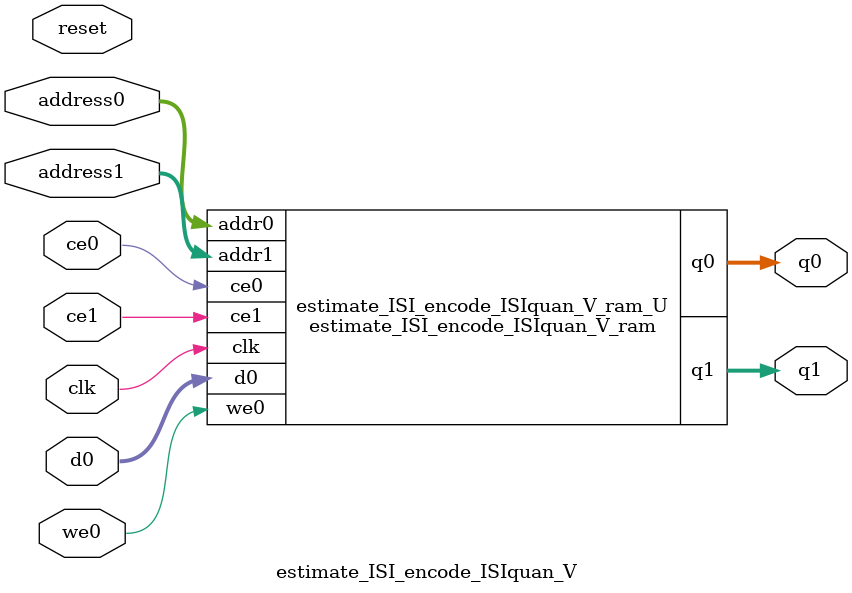
<source format=v>
`timescale 1 ns / 1 ps
module estimate_ISI_encode_ISIquan_V_ram (addr0, ce0, d0, we0, q0, addr1, ce1, q1,  clk);

parameter DWIDTH = 4;
parameter AWIDTH = 7;
parameter MEM_SIZE = 96;

input[AWIDTH-1:0] addr0;
input ce0;
input[DWIDTH-1:0] d0;
input we0;
output reg[DWIDTH-1:0] q0;
input[AWIDTH-1:0] addr1;
input ce1;
output reg[DWIDTH-1:0] q1;
input clk;

(* ram_style = "distributed" *)reg [DWIDTH-1:0] ram[0:MEM_SIZE-1];




always @(posedge clk)  
begin 
    if (ce0) 
    begin
        if (we0) 
        begin 
            ram[addr0] <= d0; 
        end 
        q0 <= ram[addr0];
    end
end


always @(posedge clk)  
begin 
    if (ce1) 
    begin
        q1 <= ram[addr1];
    end
end


endmodule

`timescale 1 ns / 1 ps
module estimate_ISI_encode_ISIquan_V(
    reset,
    clk,
    address0,
    ce0,
    we0,
    d0,
    q0,
    address1,
    ce1,
    q1);

parameter DataWidth = 32'd4;
parameter AddressRange = 32'd96;
parameter AddressWidth = 32'd7;
input reset;
input clk;
input[AddressWidth - 1:0] address0;
input ce0;
input we0;
input[DataWidth - 1:0] d0;
output[DataWidth - 1:0] q0;
input[AddressWidth - 1:0] address1;
input ce1;
output[DataWidth - 1:0] q1;



estimate_ISI_encode_ISIquan_V_ram estimate_ISI_encode_ISIquan_V_ram_U(
    .clk( clk ),
    .addr0( address0 ),
    .ce0( ce0 ),
    .we0( we0 ),
    .d0( d0 ),
    .q0( q0 ),
    .addr1( address1 ),
    .ce1( ce1 ),
    .q1( q1 ));

endmodule


</source>
